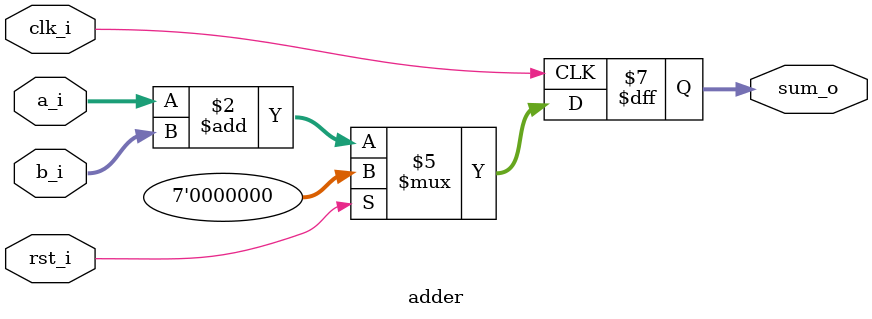
<source format=sv>
module adder
  #(
     parameter  DATA_WIDTH = 6
  ) 
  (  input                       clk_i
   , input                       rst_i
   , input      [DATA_WIDTH-1:0] a_i
   , input      [DATA_WIDTH-1:0] b_i
   , output reg [DATA_WIDTH:0]   sum_o
  );

  always_ff @(posedge clk_i) begin
    if (rst_i)
      sum_o <= 0;
    else
      sum_o <= a_i + b_i;
  end

`ifndef VERILATOR
  // dump waves
  initial begin
    $dumpfile("dump.vcd");
    $dumpvars(1, adder);
  end
`endif

endmodule

</source>
